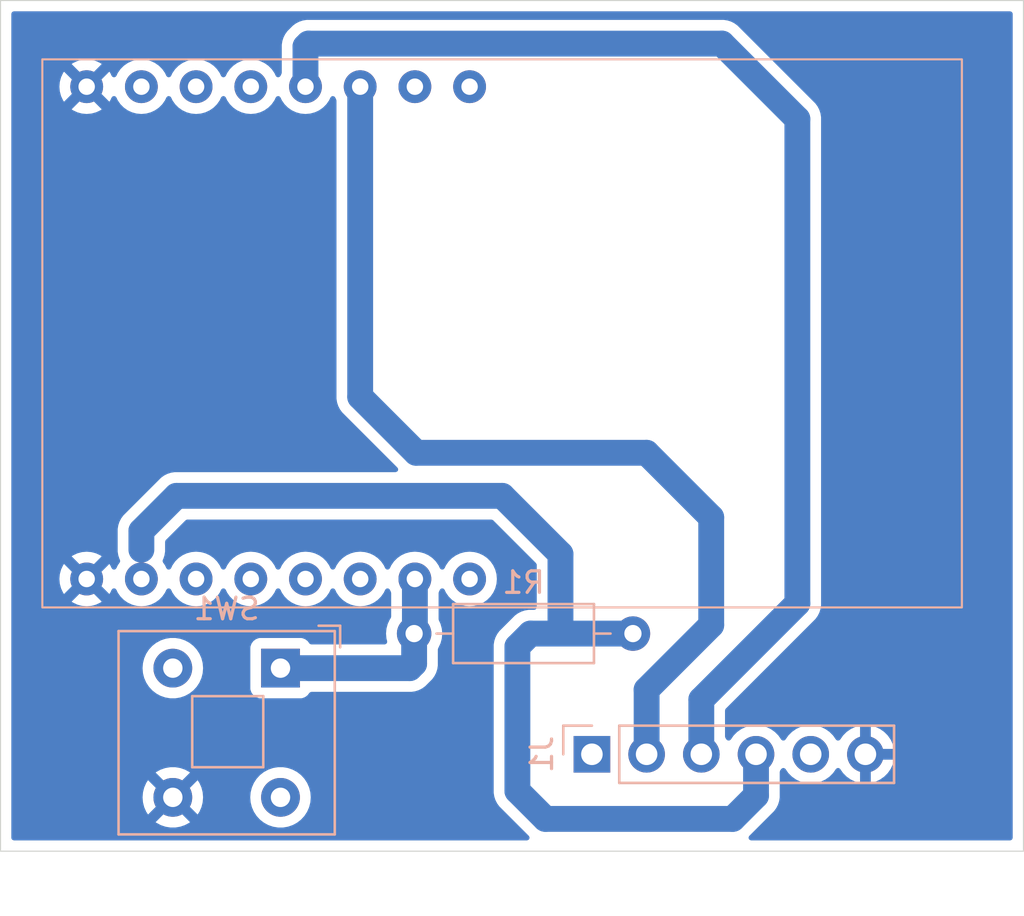
<source format=kicad_pcb>
(kicad_pcb (version 20240108) (generator "pcbnew") (generator_version "8.0")
  (layers (0 "F.Cu" signal) (31 "B.Cu" signal) (44 "Edge.Cuts" user))
  (net 0 "")
  (net 1 "3.3V")
  (net 2 "GND")
  (net 3 "Net-(U1-RST)")
  (net 5 "RX_GPS")
  (net 6 "TX_GPS")
  (footprint "Resistor_THT:R_Axial_DIN0207_L6.3mm_D2.5mm_P10.16mm_Horizontal" (layer "B.Cu") (at 128.066904 94.395 180)
    (property "Reference" "R1" (at 5.08 2.37 0) (layer "B.SilkS") (effects (justify mirror)))
    (property "Value" "R")
    (fp_line (start 8.35 1.37) (end 8.35 -1.37) (stroke (width 0.12)) (layer "B.SilkS"))
    (fp_line (start 8.35 0) (end 9.12 0) (stroke (width 0.12)) (layer "B.SilkS"))
    (fp_line (start 8.35 -1.37) (end 1.81 -1.37) (stroke (width 0.12)) (layer "B.SilkS"))
    (fp_line (start 1.81 1.37) (end 8.35 1.37) (stroke (width 0.12)) (layer "B.SilkS"))
    (fp_line (start 1.81 0) (end 1.04 0) (stroke (width 0.12)) (layer "B.SilkS"))
    (fp_line (start 1.81 -1.37) (end 1.81 1.37) (stroke (width 0.12)) (layer "B.SilkS"))
    (pad "1" thru_hole circle (at 0 0 180) (size 1.6 1.6) (drill 0.8) (layers "*.Cu" "*.Mask") (net 1 "3.3V"))
    (pad "2" thru_hole oval (at 10.16 0 180) (size 1.6 1.6) (drill 0.8) (layers "*.Cu" "*.Mask") (net 3 "Net-(U1-RST)"))
  )
  (footprint "Button_Switch_THT:SW_Push_2P1T_Toggle_CK_PVA1xxH1xxxxxxV2" (layer "B.Cu") (at 111.701904 96 180)
    (property "Reference" "SW1" (at 2.5 2.75 0) (layer "B.SilkS") (effects (justify mirror)))
    (property "Value" "SW_Push_Dual")
    (fp_line (start 7.52 1.72) (end 7.52 -7.72) (stroke (width 0.12)) (layer "B.SilkS"))
    (fp_line (start 4.1 -4.6) (end 4.1 -1.3) (stroke (width 0.12)) (layer "B.SilkS"))
    (fp_line (start 0.8 -1.3) (end 4.1 -1.3) (stroke (width 0.12)) (layer "B.SilkS"))
    (fp_line (start 0.8 -4.6) (end 4.1 -4.6) (stroke (width 0.12)) (layer "B.SilkS"))
    (fp_line (start 0.8 -4.6) (end 0.8 -1.3) (stroke (width 0.12)) (layer "B.SilkS"))
    (fp_line (start -2.52 1.72) (end 7.52 1.72) (stroke (width 0.12)) (layer "B.SilkS"))
    (fp_line (start -2.52 1.72) (end -2.52 -7.72) (stroke (width 0.12)) (layer "B.SilkS"))
    (fp_line (start -2.52 -7.72) (end 7.52 -7.72) (stroke (width 0.12)) (layer "B.SilkS"))
    (fp_line (start -2.77 1.97) (end -1.77 1.97) (stroke (width 0.12)) (layer "B.SilkS"))
    (fp_line (start -2.77 1.97) (end -2.77 0.97) (stroke (width 0.12)) (layer "B.SilkS"))
    (pad "1" thru_hole rect (at 0 0 180) (size 1.8 1.8) (drill 0.9) (layers "*.Cu" "*.Mask") (net 3 "Net-(U1-RST)"))
    (pad "2" thru_hole circle (at 5 0 180) (size 1.8 1.8) (drill 0.9) (layers "*.Cu" "*.Mask"))
    (pad "3" thru_hole circle (at 0 -6 180) (size 1.8 1.8) (drill 0.9) (layers "*.Cu" "*.Mask"))
    (pad "4" thru_hole circle (at 5 -6 180) (size 1.8 1.8) (drill 0.9) (layers "*.Cu" "*.Mask") (net 2 "GND"))
  )
  (footprint "Connector_PinHeader_2.54mm:PinHeader_1x06_P2.54mm_Vertical" (layer "B.Cu") (at 126.161904 100 -90)
    (property "Reference" "J1" (at 0 2.33 90) (layer "B.SilkS") (effects (justify mirror)))
    (property "Value" "Conn_01x06_Socket")
    (fp_line (start -1.33 1.33) (end -1.33 0) (stroke (width 0.12)) (layer "B.SilkS"))
    (fp_line (start 0 1.33) (end -1.33 1.33) (stroke (width 0.12)) (layer "B.SilkS"))
    (fp_line (start 1.33 -1.27) (end -1.33 -1.27) (stroke (width 0.12)) (layer "B.SilkS"))
    (fp_line (start -1.33 -14.03) (end -1.33 -1.27) (stroke (width 0.12)) (layer "B.SilkS"))
    (fp_line (start 1.33 -14.03) (end 1.33 -1.27) (stroke (width 0.12)) (layer "B.SilkS"))
    (fp_line (start 1.33 -14.03) (end -1.33 -14.03) (stroke (width 0.12)) (layer "B.SilkS"))
    (pad "1" thru_hole rect (at 0 0 270) (size 1.7 1.7) (drill 1) (layers "*.Cu" "*.Mask"))
    (pad "2" thru_hole oval (at 0 -2.54 270) (size 1.7 1.7) (drill 1) (layers "*.Cu" "*.Mask") (net 6 "TX_GPS"))
    (pad "3" thru_hole oval (at 0 -5.08 270) (size 1.7 1.7) (drill 1) (layers "*.Cu" "*.Mask") (net 5 "RX_GPS"))
    (pad "4" thru_hole oval (at 0 -7.62 270) (size 1.7 1.7) (drill 1) (layers "*.Cu" "*.Mask") (net 1 "3.3V"))
    (pad "5" thru_hole oval (at 0 -10.16 270) (size 1.7 1.7) (drill 1) (layers "*.Cu" "*.Mask"))
    (pad "6" thru_hole oval (at 0 -12.7 270) (size 1.7 1.7) (drill 1) (layers "*.Cu" "*.Mask") (net 2 "GND"))
  )
  (footprint "PFE_Embrapa:GPS3_Click" (layer "B.Cu") (at 143.341904 67.73 180)
    (property "Reference" "U1" (hide yes))
    (property "Value" "~" (hide yes))
    (fp_rect (start 42.7 -25.45) (end 0 0) (stroke (width 0.1)) (fill none) (layer "B.SilkS"))
    (pad "1" thru_hole circle (at 40.64 -1.27 180) (size 1.524 1.524) (drill 0.762) (layers "*.Cu" "*.Mask") (net 2 "GND"))
    (pad "2" thru_hole circle (at 38.1 -1.27 180) (size 1.524 1.524) (drill 0.762) (layers "*.Cu" "*.Mask"))
    (pad "3" thru_hole circle (at 35.56 -1.27 180) (size 1.524 1.524) (drill 0.762) (layers "*.Cu" "*.Mask"))
    (pad "4" thru_hole circle (at 33.02 -1.27 180) (size 1.524 1.524) (drill 0.762) (layers "*.Cu" "*.Mask"))
    (pad "5" thru_hole circle (at 30.48 -1.27 180) (size 1.524 1.524) (drill 0.762) (layers "*.Cu" "*.Mask") (net 5 "RX_GPS"))
    (pad "6" thru_hole circle (at 27.94 -1.27 180) (size 1.524 1.524) (drill 0.762) (layers "*.Cu" "*.Mask") (net 6 "TX_GPS"))
    (pad "7" thru_hole circle (at 25.4 -1.27 180) (size 1.524 1.524) (drill 0.762) (layers "*.Cu" "*.Mask"))
    (pad "8" thru_hole circle (at 22.86 -1.27 180) (size 1.524 1.524) (drill 0.762) (layers "*.Cu" "*.Mask"))
    (pad "9" thru_hole circle (at 22.86 -24.13 180) (size 1.524 1.524) (drill 0.762) (layers "*.Cu" "*.Mask"))
    (pad "10" thru_hole circle (at 25.4 -24.13 180) (size 1.524 1.524) (drill 0.762) (layers "*.Cu" "*.Mask") (net 3 "Net-(U1-RST)"))
    (pad "11" thru_hole circle (at 27.94 -24.13 180) (size 1.524 1.524) (drill 0.762) (layers "*.Cu" "*.Mask"))
    (pad "12" thru_hole circle (at 30.48 -24.13 180) (size 1.524 1.524) (drill 0.762) (layers "*.Cu" "*.Mask"))
    (pad "13" thru_hole circle (at 33.02 -24.13 180) (size 1.524 1.524) (drill 0.762) (layers "*.Cu" "*.Mask"))
    (pad "14" thru_hole circle (at 35.56 -24.13 180) (size 1.524 1.524) (drill 0.762) (layers "*.Cu" "*.Mask"))
    (pad "15" thru_hole circle (at 38.1 -24.13 180) (size 1.524 1.524) (drill 0.762) (layers "*.Cu" "*.Mask") (net 1 "3.3V"))
    (pad "16" thru_hole circle (at 40.64 -24.13 180) (size 1.524 1.524) (drill 0.762) (layers "*.Cu" "*.Mask") (net 2 "GND"))
  )
  (gr_rect (start 98.701904 65) (end 146.201904 104.5) (stroke (width 0.05)) (fill none) (layer "Edge.Cuts"))
  (segment (start 124.701904 94.395) (end 128.066904 94.395) (width 1.2) (layer "B.Cu") (net 1))
  (segment (start 133.781904 101.92) (end 132.701904 103) (width 1.2) (layer "B.Cu") (net 1))
  (segment (start 123.306904 94.395) (end 124.701904 94.395) (width 1.2) (layer "B.Cu") (net 1))
  (segment (start 124.701904 90.701904) (end 122 88) (width 1.2) (layer "B.Cu") (net 1))
  (segment (start 132.701904 103) (end 124 103) (width 1.2) (layer "B.Cu") (net 1))
  (segment (start 122 88) (end 106.870952 88) (width 1.2) (layer "B.Cu") (net 1))
  (segment (start 122.701904 95) (end 123.306904 94.395) (width 1.2) (layer "B.Cu") (net 1))
  (segment (start 124 103) (end 122.701904 101.701904) (width 1.2) (layer "B.Cu") (net 1))
  (segment (start 105.241904 89.629048) (end 105.241904 90.5) (width 1.2) (layer "B.Cu") (net 1))
  (segment (start 106.870952 88) (end 105.241904 89.629048) (width 1.2) (layer "B.Cu") (net 1))
  (segment (start 133.781904 100) (end 133.781904 101.92) (width 1.2) (layer "B.Cu") (net 1))
  (segment (start 124.701904 94.395) (end 124.701904 90.701904) (width 1.2) (layer "B.Cu") (net 1))
  (segment (start 122.701904 101.701904) (end 122.701904 95) (width 1.2) (layer "B.Cu") (net 1))
  (segment (start 117.906904 94.395) (end 117.906904 95.795) (width 1.2) (layer "B.Cu") (net 3))
  (segment (start 117.941904 91.86) (end 117.941904 94.36) (width 1.2) (layer "B.Cu") (net 3))
  (segment (start 117.701904 96) (end 111.701904 96) (width 1.2) (layer "B.Cu") (net 3))
  (segment (start 117.941904 94.36) (end 117.906904 94.395) (width 0.2) (layer "B.Cu") (net 3))
  (segment (start 117.906904 95.795) (end 117.701904 96) (width 1.2) (layer "B.Cu") (net 3))
  (segment (start 112.861904 69) (end 112.861904 67.138096) (width 1.2) (layer "B.Cu") (net 5))
  (segment (start 135.701904 93) (end 131.241904 97.46) (width 1.2) (layer "B.Cu") (net 5))
  (segment (start 131.241904 97.46) (end 131.241904 100) (width 1.2) (layer "B.Cu") (net 5))
  (segment (start 112.861904 67.138096) (end 113 67) (width 1.2) (layer "B.Cu") (net 5))
  (segment (start 113 67) (end 132.201904 67) (width 1.2) (layer "B.Cu") (net 5))
  (segment (start 132.201904 67) (end 135.701904 70.5) (width 1.2) (layer "B.Cu") (net 5))
  (segment (start 135.701904 70.5) (end 135.701904 93) (width 1.2) (layer "B.Cu") (net 5))
  (segment (start 118 86) (end 128.701904 86) (width 1.2) (layer "B.Cu") (net 6))
  (segment (start 131.701904 94) (end 128.701904 97) (width 1.2) (layer "B.Cu") (net 6))
  (segment (start 115.401904 69) (end 115.401904 83.401904) (width 1.2) (layer "B.Cu") (net 6))
  (segment (start 128.701904 86) (end 131.701904 89) (width 1.2) (layer "B.Cu") (net 6))
  (segment (start 131.701904 89) (end 131.701904 94) (width 1.2) (layer "B.Cu") (net 6))
  (segment (start 115.401904 83.401904) (end 118 86) (width 1.2) (layer "B.Cu") (net 6))
  (segment (start 128.701904 97) (end 128.701904 100) (width 1.2) (layer "B.Cu") (net 6))
  (zone (net 2) (net_name "GND") (layer "B.Cu") (connect_pads (clearance 0.5)) (min_thickness 0.25) (fill yes (thermal_gap 0.5) (thermal_bridge_width 0.5))
    (polygon (pts (xy 145.701904 65.5) (xy 145.701904 104) (xy 99.201904 104) (xy 99.201904 65.5)))
  )
)
</source>
